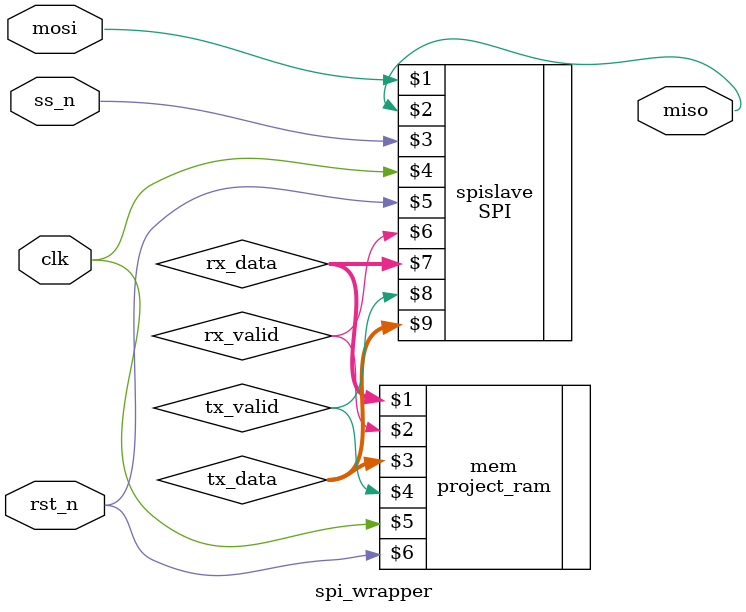
<source format=v>
module spi_wrapper(mosi, miso, ss_n, clk, rst_n);
input mosi, ss_n, clk, rst_n;
output miso;
wire rx_valid, tx_valid;
wire [9:0] rx_data;
wire [7:0] tx_data;
SPI spislave(mosi,miso,ss_n,clk,rst_n,rx_valid,rx_data,tx_valid,tx_data);
project_ram mem(rx_data, rx_valid, tx_data, tx_valid, clk, rst_n);

endmodule

</source>
